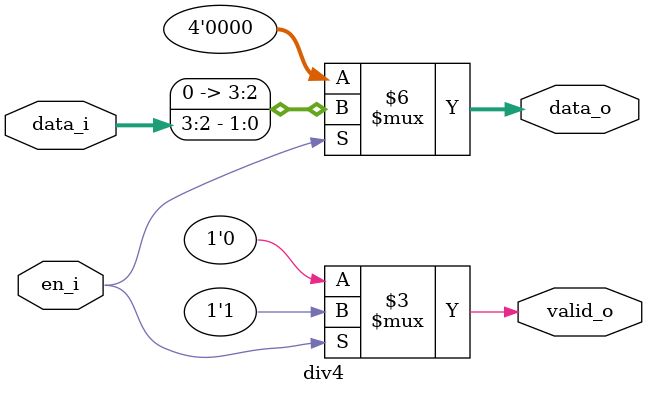
<source format=sv>
module div4 #(
    parameter WIDTH = 4
)(
    input logic [WIDTH-1:0] data_i, 
    input logic en_i, 
    output logic [WIDTH-1:0] data_o, 
    output logic valid_o
);

always_comb begin
    // Default values
    data_o = {WIDTH{1'b0}};
    valid_o = 1'b0;

    // Conditional logic
    if (en_i) begin
        data_o = data_i[WIDTH-1:2];  // Note: This line assumes WIDTH > 2
        valid_o = 1'b1;
    end
end
endmodule

</source>
